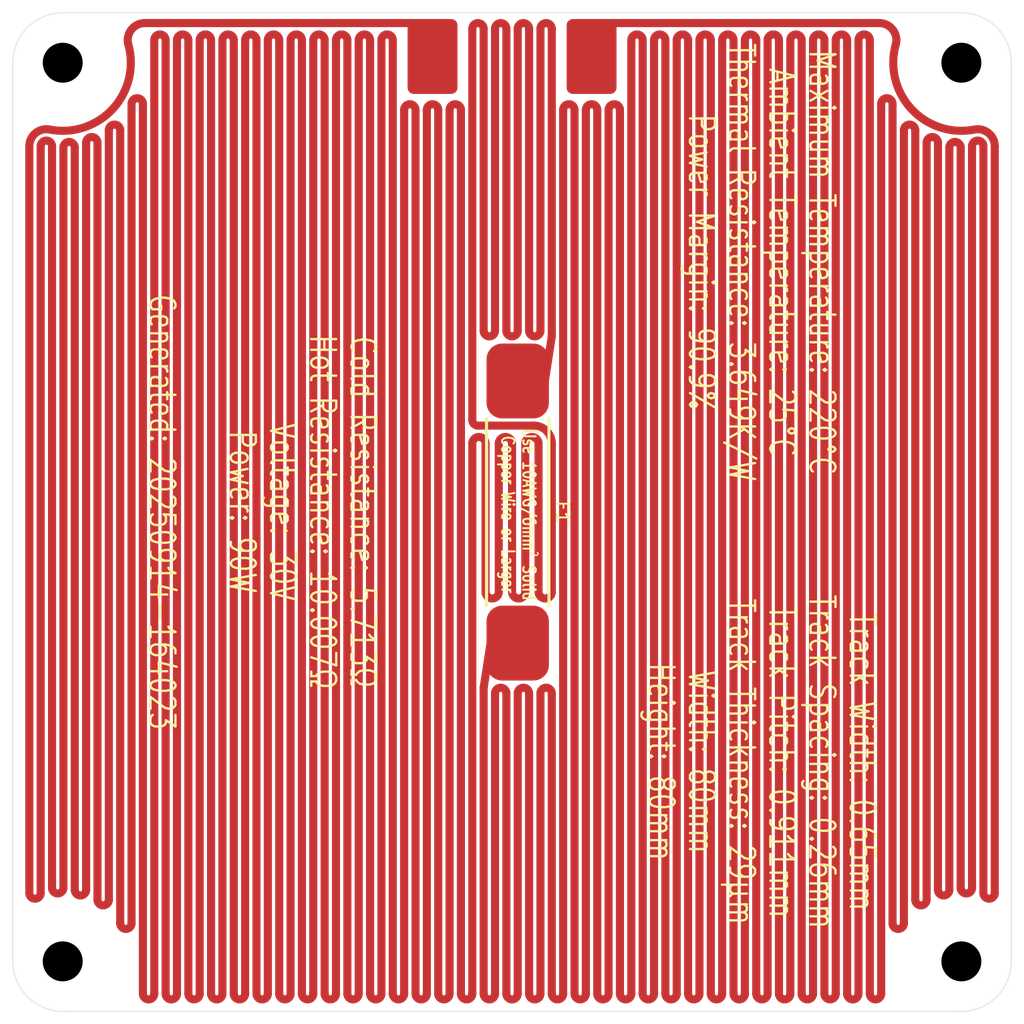
<source format=kicad_pcb>
(kicad_pcb (version 20241229) (generator "pcbnew") (generator_version "9.0")
  (layers (0 "F.Cu" signal) (2 "B.Cu" signal) (13 "F.Paste" user) (15 "B.Paste" user) (5 "F.SilkS" user "F.Silkscreen") (7 "B.SilkS" user "B.Silkscreen") (1 "F.Mask" user) (3 "B.Mask" user) (25 "Edge.Cuts" user))
  (net 0 "")
  (net 1 "Net-(J2-Pin_1)")
  (net 2 "Net-(J1-Pin_1)")
  (footprint "blg:MountingHole_3.2mm_M3_NoPad_TopLarge" (layer "F.Cu") (at 141 69)
    (property "Reference" "REF**" (hide yes))
    (property "Value" "MountingHole_3.2mm_M3_NoPad_TopLarge" (hide yes))
    (pad "" np_thru_hole circle (at 0 0) (size 7.6 7.6) (drill 3.2) (layers))
  )
  (footprint "blg:SMD_PowerConnection_4x6mm" (layer "F.Cu") (at 111.37 68.5 -90)
    (property "Reference" "J2" (hide yes))
    (property "Value" "Hotplate_Power_Connection" (hide yes))
    (pad "1" smd roundrect (at 0 0 270) (size 6 4) (layers "F.Cu" "F.Mask" "F.Paste") (roundrect_rratio 0.125) (net 1 "Net-(J2-Pin_1)"))
  )
  (footprint "blg:MountingHole_3.2mm_M3_NoPad_TopLarge" (layer "F.Cu") (at 69 141)
    (property "Reference" "REF**" (hide yes))
    (property "Value" "MountingHole_3.2mm_M3_NoPad_TopLarge" (hide yes))
    (pad "" np_thru_hole circle (at 0 0) (size 7.6 7.6) (drill 3.2) (layers))
  )
  (footprint "blg:MountingHole_3.2mm_M3_NoPad_TopLarge" (layer "F.Cu") (at 141 141)
    (property "Reference" "REF**" (hide yes))
    (property "Value" "MountingHole_3.2mm_M3_NoPad_TopLarge" (hide yes))
    (pad "" np_thru_hole circle (at 0 0) (size 7.6 7.6) (drill 3.2) (layers))
  )
  (footprint "blg:SMD_PowerConnection_4x6mm" (layer "F.Cu") (at 98.63 68.5 -90)
    (property "Reference" "J1" (hide yes))
    (property "Value" "Hotplate_Power_Connection" (hide yes))
    (pad "1" smd roundrect (at 0 0 270) (size 6 4) (layers "F.Cu" "F.Mask" "F.Paste") (roundrect_rratio 0.125) (net 2 "Net-(J1-Pin_1)"))
  )
  (footprint "blg:Thermal Fuse, Front, 25mm" (layer "F.Cu") (at 105.455 105 -90)
    (property "Reference" "F1" (at 0 -3.6 270) (layer "F.SilkS"))
    (property "Value" "~")
    (fp_line (start -7.5 2.5) (end 7.5 2.5) (stroke (width 0.25)) (layer "F.SilkS"))
    (fp_line (start -7.5 -2.5) (end 7.5 -2.5) (stroke (width 0.25)) (layer "F.SilkS"))
    (fp_text user "Use 10AWG/6mm  Solid" (at 0.2 -0.9 270) (layer "F.SilkS") (effects (font (size 1 0.75))))
    (fp_text user "2" (at 3.35 -1.3 270) (layer "F.SilkS") (effects (font (size 0.6 0.4) (thickness 0.1))))
    (fp_text user "Copper Wire or Larger" (at 0.2 0.8 270) (layer "F.SilkS") (effects (font (size 1 0.75))))
    (pad "1" smd roundrect (at -10.5 0 270) (size 6 5) (layers "F.Cu" "F.Mask") (net 2 "Net-(J1-Pin_1)"))
    (pad "2" smd roundrect (at 10.5 0 270) (size 6 5) (layers "F.Cu" "F.Mask") (net 1 "Net-(J2-Pin_1)"))
  )
  (footprint "blg:MountingHole_3.2mm_M3_NoPad_TopLarge" (layer "F.Cu") (at 69 69)
    (property "Reference" "REF**" (hide yes))
    (property "Value" "MountingHole_3.2mm_M3_NoPad_TopLarge" (hide yes))
    (pad "" np_thru_hole circle (at 0 0) (size 7.6 7.6) (drill 3.2) (layers))
  )
  (gr_arc (start 65 69) (mid 66.171573 66.171573) (end 69 65) (stroke (width 0.05)) (layer "Edge.Cuts"))
  (gr_line (start 145 69) (end 145 141) (stroke (width 0.05)) (layer "Edge.Cuts"))
  (gr_arc (start 69 145) (mid 66.171573 143.828427) (end 65 141) (stroke (width 0.05)) (layer "Edge.Cuts"))
  (gr_line (start 69 145) (end 141 145) (stroke (width 0.05)) (layer "Edge.Cuts"))
  (gr_line (start 65 69) (end 65 141) (stroke (width 0.05)) (layer "Edge.Cuts"))
  (gr_arc (start 145 141) (mid 143.828427 143.828427) (end 141 145) (stroke (width 0.05)) (layer "Edge.Cuts"))
  (gr_arc (start 141 65) (mid 143.828427 66.171573) (end 145 69) (stroke (width 0.05)) (layer "Edge.Cuts"))
  (gr_line (start 69 65) (end 141 65) (stroke (width 0.05)) (layer "Edge.Cuts"))
  (gr_text "Track Width: 0.65mm\nTrack Spacing: 0.26mm\nTrack Pitch: 0.911mm\nTrack Thickness: 29µm\nWidth: 80mm\nHeight: 80mm" (at 125 125 270) (layer "F.SilkS") (effects (font (size 2 1.5) (thickness 0.1875))))
  (gr_text "Maximum Temperature: 220°C\nAmbient Temperature: 25°C\nThermal Resistance: 3.649K/W\nPower Margin: 90.9%" (at 125 85 270) (layer "F.SilkS") (effects (font (size 2 1.5) (thickness 0.1875))))
  (gr_text "Cold Resistance: 5.713Ω\nHot Resistance: 10.007Ω\nVoltage: 30V\nPower: 90W\n\nGenerated: 20250914-164023" (at 85 105 270) (layer "F.SilkS") (effects (font (size 2 1.5) (thickness 0.1875))))
  (segment (start 116.374999 143.59) (end 116.374999 67.19) (width 0.65) (layer "F.Cu") (net 1))
  (segment (start 113.645 72.78) (end 113.645 143.59) (width 0.65) (layer "F.Cu") (net 1))
  (segment (start 134.424568 65.824999) (end 111.369999 65.824999) (width 0.65) (layer "F.Cu") (net 1))
  (segment (start 105.455 143.59) (end 105.455 119.53) (width 0.65) (layer "F.Cu") (net 1))
  (segment (start 143.675 135.522801) (end 143.675 75.693003) (width 0.65) (layer "F.Cu") (net 1))
  (segment (start 118.195 143.59) (end 118.195 67.19) (width 0.65) (layer "F.Cu") (net 1))
  (segment (start 138.215 136.057278) (end 138.215 75.409641) (width 0.65) (layer "F.Cu") (net 1))
  (segment (start 126.384999 67.19) (end 126.384999 143.59) (width 0.65) (layer "F.Cu") (net 1))
  (segment (start 131.845 67.19) (end 131.845 143.59) (width 0.65) (layer "F.Cu") (net 1))
  (segment (start 127.294999 143.59) (end 127.294999 67.19) (width 0.65) (layer "F.Cu") (net 1))
  (segment (start 107.274999 143.59) (end 107.274999 119.53) (width 0.65) (layer "F.Cu") (net 1))
  (segment (start 109.095 143.59) (end 109.095 72.78) (width 0.65) (layer "F.Cu") (net 1))
  (segment (start 129.115 143.59) (end 129.115 67.19) (width 0.65) (layer "F.Cu") (net 1))
  (segment (start 128.204999 67.19) (end 128.204999 143.59) (width 0.65) (layer "F.Cu") (net 1))
  (segment (start 102.725 119.075) (end 102.725 143.59) (width 0.65) (layer "F.Cu") (net 1))
  (segment (start 121.835 143.59) (end 121.835 67.19) (width 0.65) (layer "F.Cu") (net 1))
  (segment (start 106.365 119.53) (end 106.365 143.59) (width 0.65) (layer "F.Cu") (net 1))
  (segment (start 110.915 143.59) (end 110.915 72.78) (width 0.65) (layer "F.Cu") (net 1))
  (segment (start 115.465 67.19) (end 115.465 143.59) (width 0.65) (layer "F.Cu") (net 1))
  (segment (start 130.025 67.19) (end 130.025 143.59) (width 0.65) (layer "F.Cu") (net 1))
  (segment (start 114.555 143.59) (end 114.555 67.19) (width 0.65) (layer "F.Cu") (net 1))
  (segment (start 120.015 143.59) (end 120.015 67.19) (width 0.65) (layer "F.Cu") (net 1))
  (segment (start 120.925 67.19) (end 120.925 143.59) (width 0.65) (layer "F.Cu") (net 1))
  (segment (start 123.655 143.59) (end 123.655 67.19) (width 0.65) (layer "F.Cu") (net 1))
  (segment (start 142.765 75.693003) (end 142.765 135.522801) (width 0.65) (layer "F.Cu") (net 1))
  (segment (start 134.575 143.59) (end 134.575 72.297195) (width 0.65) (layer "F.Cu") (net 1))
  (segment (start 137.304999 74.412014) (end 137.304999 136.057278) (width 0.65) (layer "F.Cu") (net 1))
  (segment (start 125.475 143.59) (end 125.475 67.19) (width 0.65) (layer "F.Cu") (net 1))
  (segment (start 110.005 72.78) (end 110.005 143.59) (width 0.65) (layer "F.Cu") (net 1))
  (segment (start 140.035 135.263128) (end 140.035 75.800904) (width 0.65) (layer "F.Cu") (net 1))
  (segment (start 140.945 75.800904) (end 140.945 135.103551) (width 0.65) (layer "F.Cu") (net 1))
  (segment (start 103.634999 143.59) (end 103.634999 119.53) (width 0.65) (layer "F.Cu") (net 1))
  (segment (start 103.28 115.5) (end 105.455 115.5) (width 0.65) (layer "F.Cu") (net 1))
  (segment (start 122.744999 67.19) (end 122.744999 143.59) (width 0.65) (layer "F.Cu") (net 1))
  (segment (start 133.664999 67.19) (end 133.664999 143.59) (width 0.65) (layer "F.Cu") (net 1))
  (segment (start 104.545 119.53) (end 104.545 143.59) (width 0.65) (layer "F.Cu") (net 1))
  (segment (start 111.369999 65.824999) (end 111.369999 68.499999) (width 0.65) (layer "F.Cu") (net 1))
  (segment (start 139.125 75.409641) (end 139.125 135.263128) (width 0.65) (layer "F.Cu") (net 1))
  (segment (start 130.935 143.59) (end 130.935 67.19) (width 0.65) (layer "F.Cu") (net 1))
  (segment (start 111.824999 72.78) (end 111.824999 143.59) (width 0.65) (layer "F.Cu") (net 1))
  (segment (start 108.184999 119.53) (end 108.184999 143.59) (width 0.65) (layer "F.Cu") (net 1))
  (segment (start 102.725 119.075) (end 103.28 115.5) (width 0.65) (layer "F.Cu") (net 1))
  (segment (start 136.394999 137.946395) (end 136.394999 74.412014) (width 0.65) (layer "F.Cu") (net 1))
  (segment (start 141.855 135.103551) (end 141.855 75.693003) (width 0.65) (layer "F.Cu") (net 1))
  (segment (start 124.565 67.19) (end 124.565 143.59) (width 0.65) (layer "F.Cu") (net 1))
  (segment (start 132.755 143.59) (end 132.755 67.19) (width 0.65) (layer "F.Cu") (net 1))
  (segment (start 135.485 72.297195) (end 135.485 137.946395) (width 0.65) (layer "F.Cu") (net 1))
  (segment (start 117.285 67.19) (end 117.285 143.59) (width 0.65) (layer "F.Cu") (net 1))
  (segment (start 119.104999 67.19) (end 119.104999 143.59) (width 0.65) (layer "F.Cu") (net 1))
  (segment (start 112.734999 143.59) (end 112.734999 72.78) (width 0.65) (layer "F.Cu") (net 1))
  (arc (start 130.935 67.19) (mid 131.39 66.735) (end 131.845 67.19) (width 0.65) (layer "F.Cu") (net 1))
  (arc (start 131.845 143.59) (mid 132.3 144.045) (end 132.755 143.59) (width 0.65) (layer "F.Cu") (net 1))
  (arc (start 129.115 67.19) (mid 129.57 66.735) (end 130.025 67.19) (width 0.65) (layer "F.Cu") (net 1))
  (arc (start 108.184999 143.59) (mid 108.639999 144.045) (end 109.094999 143.59) (width 0.65) (layer "F.Cu") (net 1))
  (arc (start 115.465 143.59) (mid 115.92 144.045) (end 116.374999 143.59) (width 0.65) (layer "F.Cu") (net 1))
  (arc (start 138.215 75.409641) (mid 138.67 74.954641) (end 139.125 75.409641) (width 0.65) (layer "F.Cu") (net 1))
  (arc (start 117.285 143.59) (mid 117.74 144.045) (end 118.195 143.59) (width 0.65) (layer "F.Cu") (net 1))
  (arc (start 113.645 143.59) (mid 114.1 144.045) (end 114.555 143.59) (width 0.65) (layer "F.Cu") (net 1))
  (arc (start 110.005 143.59) (mid 110.46 144.045) (end 110.915 143.59) (width 0.65) (layer "F.Cu") (net 1))
  (arc (start 121.835 67.19) (mid 122.289999 66.735) (end 122.744999 67.19) (width 0.65) (layer "F.Cu") (net 1))
  (arc (start 120.925 143.59) (mid 121.379999 144.045) (end 121.835 143.59) (width 0.65) (layer "F.Cu") (net 1))
  (arc (start 125.475 67.19) (mid 125.93 66.735) (end 126.384999 67.19) (width 0.65) (layer "F.Cu") (net 1))
  (arc (start 111.824999 143.59) (mid 112.279999 144.045) (end 112.734999 143.59) (width 0.65) (layer "F.Cu") (net 1))
  (arc (start 135.485 137.946395) (mid 135.94 138.401395) (end 136.394999 137.946395) (width 0.65) (layer "F.Cu") (net 1))
  (arc (start 139.125 135.263128) (mid 139.579999 135.718128) (end 140.035 135.263128) (width 0.65) (layer "F.Cu") (net 1))
  (arc (start 118.195 67.19) (mid 118.649999 66.735) (end 119.104999 67.19) (width 0.65) (layer "F.Cu") (net 1))
  (arc (start 136.394999 74.412014) (mid 136.85 73.957014) (end 137.304999 74.412014) (width 0.65) (layer "F.Cu") (net 1))
  (arc (start 105.455 119.53) (mid 105.91 119.075) (end 106.365 119.53) (width 0.65) (layer "F.Cu") (net 1))
  (arc (start 137.304999 136.057278) (mid 137.76 136.512278) (end 138.215 136.057278) (width 0.65) (layer "F.Cu") (net 1))
  (arc (start 126.384999 143.59) (mid 126.839999 144.045) (end 127.294999 143.59) (width 0.65) (layer "F.Cu") (net 1))
  (arc (start 143.675 75.693003) (mid 143.327696 74.783322) (end 142.047807 74.353421) (width 0.65) (layer "F.Cu") (net 1))
  (arc (start 141.855 75.693003) (mid 142.31 75.238003) (end 142.765 75.693003) (width 0.65) (layer "F.Cu") (net 1))
  (arc (start 120.015 67.19) (mid 120.47 66.735) (end 120.925 67.19) (width 0.65) (layer "F.Cu") (net 1))
  (arc (start 106.365 143.59) (mid 106.82 144.045) (end 107.274999 143.59) (width 0.65) (layer "F.Cu") (net 1))
  (arc (start 134.424568 65.824999) (mid 135.510321 66.362735) (end 135.740618 67.552265) (width 0.65) (layer "F.Cu") (net 1))
  (arc (start 127.294999 67.19) (mid 127.75 66.735) (end 128.204999 67.19) (width 0.65) (layer "F.Cu") (net 1))
  (arc (start 104.545 143.59) (mid 105 144.045) (end 105.455 143.59) (width 0.65) (layer "F.Cu") (net 1))
  (arc (start 134.575 72.297195) (mid 135.029999 71.842195) (end 135.485 72.297195) (width 0.65) (layer "F.Cu") (net 1))
  (arc (start 112.734999 72.78) (mid 113.19 72.325) (end 113.645 72.78) (width 0.65) (layer "F.Cu") (net 1))
  (arc (start 142.765 135.522801) (mid 143.22 135.977801) (end 143.675 135.522801) (width 0.65) (layer "F.Cu") (net 1))
  (arc (start 133.664999 143.59) (mid 134.119999 144.045) (end 134.575 143.59) (width 0.65) (layer "F.Cu") (net 1))
  (arc (start 119.104999 143.59) (mid 119.56 144.045) (end 120.015 143.59) (width 0.65) (layer "F.Cu") (net 1))
  (arc (start 140.035 75.800904) (mid 140.49 75.345904) (end 140.945 75.800904) (width 0.65) (layer "F.Cu") (net 1))
  (arc (start 116.374999 67.19) (mid 116.829999 66.735) (end 117.285 67.19) (width 0.65) (layer "F.Cu") (net 1))
  (arc (start 142.047807 74.353421) (mid 137.000216 72.709279) (end 135.740618 67.552265) (width 0.65) (layer "F.Cu") (net 1))
  (arc (start 109.095 72.78) (mid 109.55 72.325) (end 110.005 72.78) (width 0.65) (layer "F.Cu") (net 1))
  (arc (start 103.634999 119.53) (mid 104.09 119.075) (end 104.545 119.53) (width 0.65) (layer "F.Cu") (net 1))
  (arc (start 123.655 67.19) (mid 124.11 66.735) (end 124.565 67.19) (width 0.65) (layer "F.Cu") (net 1))
  (arc (start 122.744999 143.59) (mid 123.199999 144.045) (end 123.655 143.59) (width 0.65) (layer "F.Cu") (net 1))
  (arc (start 132.755 67.19) (mid 133.21 66.735) (end 133.664999 67.19) (width 0.65) (layer "F.Cu") (net 1))
  (arc (start 140.945 135.103551) (mid 141.4 135.558551) (end 141.855 135.103551) (width 0.65) (layer "F.Cu") (net 1))
  (arc (start 114.555 67.19) (mid 115.01 66.735) (end 115.465 67.19) (width 0.65) (layer "F.Cu") (net 1))
  (arc (start 110.915 72.78) (mid 111.369999 72.325) (end 111.824999 72.78) (width 0.65) (layer "F.Cu") (net 1))
  (arc (start 124.565 143.59) (mid 125.02 144.045) (end 125.475 143.59) (width 0.65) (layer "F.Cu") (net 1))
  (arc (start 102.725 143.59) (mid 103.18 144.045) (end 103.634999 143.59) (width 0.65) (layer "F.Cu") (net 1))
  (arc (start 107.274999 119.53) (mid 107.729999 119.075) (end 108.184999 119.53) (width 0.65) (layer "F.Cu") (net 1))
  (arc (start 128.204999 143.59) (mid 128.66 144.045) (end 129.115 143.59) (width 0.65) (layer "F.Cu") (net 1))
  (arc (start 130.025 143.59) (mid 130.479999 144.045) (end 130.935 143.59) (width 0.65) (layer "F.Cu") (net 1))
  (segment (start 84.525 143.59) (end 84.525 67.19) (width 0.65) (layer "F.Cu") (net 2))
  (segment (start 89.075 67.19) (end 89.075 143.59) (width 0.65) (layer "F.Cu") (net 2))
  (segment (start 99.995 72.78) (end 99.995 143.59) (width 0.65) (layer "F.Cu") (net 2))
  (segment (start 90.895 67.19) (end 90.895 143.59) (width 0.65) (layer "F.Cu") (net 2))
  (segment (start 102.725 90.47) (end 102.725 66.279999) (width 0.65) (layer "F.Cu") (net 2))
  (segment (start 68.145 135.103551) (end 68.145 75.693003) (width 0.65) (layer "F.Cu") (net 2))
  (segment (start 69.965 135.263128) (end 69.965 75.800904) (width 0.65) (layer "F.Cu") (net 2))
  (segment (start 100.905 143.59) (end 100.905 72.78) (width 0.65) (layer "F.Cu") (net 2))
  (segment (start 103.634999 66.279999) (end 103.634999 90.47) (width 0.65) (layer "F.Cu") (net 2))
  (segment (start 72.695 74.412014) (end 72.695 136.057278) (width 0.65) (layer "F.Cu") (net 2))
  (segment (start 74.515 72.297195) (end 74.515 137.946395) (width 0.65) (layer "F.Cu") (net 2))
  (segment (start 101.814999 66.28) (end 101.814999 97.62) (width 0.65) (layer "F.Cu") (net 2))
  (segment (start 103.938333 99.515833) (end 103.938333 111.394166) (width 0.65) (layer "F.Cu") (net 2))
  (segment (start 88.164999 143.59) (end 88.164999 67.19) (width 0.65) (layer "F.Cu") (net 2))
  (segment (start 89.985 143.59) (end 89.985 67.19) (width 0.65) (layer "F.Cu") (net 2))
  (segment (start 69.055 75.800904) (end 69.055 135.103551) (width 0.65) (layer "F.Cu") (net 2))
  (segment (start 82.705 143.59) (end 82.705 67.19) (width 0.65) (layer "F.Cu") (net 2))
  (segment (start 78.155 67.19) (end 78.155 143.59) (width 0.65) (layer "F.Cu") (net 2))
  (segment (start 87.255 67.19) (end 87.255 143.59) (width 0.65) (layer "F.Cu") (net 2))
  (segment (start 97.264999 143.59) (end 97.264999 72.78) (width 0.65) (layer "F.Cu") (net 2))
  (segment (start 75.575431 65.824999) (end 98.63 65.824999) (width 0.65) (layer "F.Cu") (net 2))
  (segment (start 75.425 143.59) (end 75.425 72.297195) (width 0.65) (layer "F.Cu") (net 2))
  (segment (start 98.63 65.824999) (end 98.63 68.499999) (width 0.65) (layer "F.Cu") (net 2))
  (segment (start 79.975 67.19) (end 79.975 143.59) (width 0.65) (layer "F.Cu") (net 2))
  (segment (start 91.805 143.59) (end 91.805 67.19) (width 0.65) (layer "F.Cu") (net 2))
  (segment (start 108.184999 90.925) (end 107.63 94.5) (width 0.65) (layer "F.Cu") (net 2))
  (segment (start 107.123333 111.394166) (end 107.123333 99.515833) (width 0.65) (layer "F.Cu") (net 2))
  (segment (start 81.794999 67.19) (end 81.794999 143.59) (width 0.65) (layer "F.Cu") (net 2))
  (segment (start 94.535 67.19) (end 94.535 143.59) (width 0.65) (layer "F.Cu") (net 2))
  (segment (start 102.876666 111.394166) (end 102.876666 99.515833) (width 0.65) (layer "F.Cu") (net 2))
  (segment (start 107.274999 66.279999) (end 107.274999 90.47) (width 0.65) (layer "F.Cu") (net 2))
  (segment (start 104.545 90.47) (end 104.545 66.279999) (width 0.65) (layer "F.Cu") (net 2))
  (segment (start 73.604999 137.946395) (end 73.604999 74.412014) (width 0.65) (layer "F.Cu") (net 2))
  (segment (start 96.354999 72.78) (end 96.354999 143.59) (width 0.65) (layer "F.Cu") (net 2))
  (segment (start 85.435 67.19) (end 85.435 143.59) (width 0.65) (layer "F.Cu") (net 2))
  (segment (start 101.814999 99.515833) (end 101.814999 143.59) (width 0.65) (layer "F.Cu") (net 2))
  (segment (start 102.27 98.074999) (end 106.744166 98.074999) (width 0.65) (layer "F.Cu") (net 2))
  (segment (start 83.615 67.19) (end 83.615 143.59) (width 0.65) (layer "F.Cu") (net 2))
  (segment (start 76.335 67.19) (end 76.335 143.59) (width 0.65) (layer "F.Cu") (net 2))
  (segment (start 80.885 143.59) (end 80.885 67.19) (width 0.65) (layer "F.Cu") (net 2))
  (segment (start 79.065 143.59) (end 79.065 67.19) (width 0.65) (layer "F.Cu") (net 2))
  (segment (start 105.455 66.279999) (end 105.455 90.47) (width 0.65) (layer "F.Cu") (net 2))
  (segment (start 106.061666 99.515833) (end 106.061666 111.394166) (width 0.65) (layer "F.Cu") (net 2))
  (segment (start 99.085 143.59) (end 99.085 72.78) (width 0.65) (layer "F.Cu") (net 2))
  (segment (start 95.445 143.59) (end 95.445 67.19) (width 0.65) (layer "F.Cu") (net 2))
  (segment (start 92.714999 67.19) (end 92.714999 143.59) (width 0.65) (layer "F.Cu") (net 2))
  (segment (start 106.365 90.47) (end 106.365 66.279999) (width 0.65) (layer "F.Cu") (net 2))
  (segment (start 104.999999 111.394166) (end 104.999999 99.515833) (width 0.65) (layer "F.Cu") (net 2))
  (segment (start 98.175 72.78) (end 98.175 143.59) (width 0.65) (layer "F.Cu") (net 2))
  (segment (start 70.875 75.409641) (end 70.875 135.263128) (width 0.65) (layer "F.Cu") (net 2))
  (segment (start 108.184999 90.925) (end 108.184999 66.279999) (width 0.65) (layer "F.Cu") (net 2))
  (segment (start 77.244999 143.59) (end 77.244999 67.19) (width 0.65) (layer "F.Cu") (net 2))
  (segment (start 86.344999 143.59) (end 86.344999 67.19) (width 0.65) (layer "F.Cu") (net 2))
  (segment (start 67.235 75.693003) (end 67.235 135.522801) (width 0.65) (layer "F.Cu") (net 2))
  (segment (start 108.184999 99.515833) (end 108.184999 111.394166) (width 0.65) (layer "F.Cu") (net 2))
  (segment (start 66.324999 135.522801) (end 66.324999 75.693003) (width 0.65) (layer "F.Cu") (net 2))
  (segment (start 93.625 143.59) (end 93.625 67.19) (width 0.65) (layer "F.Cu") (net 2))
  (segment (start 107.63 94.5) (end 105.455 94.5) (width 0.65) (layer "F.Cu") (net 2))
  (segment (start 71.785 136.057278) (end 71.785 75.409641) (width 0.65) (layer "F.Cu") (net 2))
  (arc (start 87.255 143.59) (mid 86.8 144.045) (end 86.344999 143.59) (width 0.65) (layer "F.Cu") (net 2))
  (arc (start 101.814999 143.59) (mid 101.359999 144.045) (end 100.905 143.59) (width 0.65) (layer "F.Cu") (net 2))
  (arc (start 74.515 137.946395) (mid 74.06 138.401395) (end 73.604999 137.946395) (width 0.65) (layer "F.Cu") (net 2))
  (arc (start 99.995 143.59) (mid 99.539999 144.045) (end 99.085 143.59) (width 0.65) (layer "F.Cu") (net 2))
  (arc (start 75.425 72.297195) (mid 74.97 71.842195) (end 74.515 72.297195) (width 0.65) (layer "F.Cu") (net 2))
  (arc (start 75.575431 65.824999) (mid 74.489678 66.362735) (end 74.259381 67.552265) (width 0.65) (layer "F.Cu") (net 2))
  (arc (start 97.264999 72.78) (mid 96.809999 72.325) (end 96.354999 72.78) (width 0.65) (layer "F.Cu") (net 2))
  (arc (start 78.155 143.59) (mid 77.699999 144.045) (end 77.244999 143.59) (width 0.65) (layer "F.Cu") (net 2))
  (arc (start 108.184999 111.394166) (mid 107.654166 111.925) (end 107.123333 111.394166) (width 0.65) (layer "F.Cu") (net 2))
  (arc (start 96.354999 143.59) (mid 95.9 144.045) (end 95.445 143.59) (width 0.65) (layer "F.Cu") (net 2))
  (arc (start 106.744166 98.074999) (mid 107.762989 98.49701) (end 108.184999 99.515833) (width 0.65) (layer "F.Cu") (net 2))
  (arc (start 69.055 135.103551) (mid 68.6 135.558551) (end 68.145 135.103551) (width 0.65) (layer "F.Cu") (net 2))
  (arc (start 70.875 135.263128) (mid 70.42 135.718128) (end 69.965 135.263128) (width 0.65) (layer "F.Cu") (net 2))
  (arc (start 93.625 67.19) (mid 93.169999 66.735) (end 92.714999 67.19) (width 0.65) (layer "F.Cu") (net 2))
  (arc (start 76.335 143.59) (mid 75.88 144.045) (end 75.425 143.59) (width 0.65) (layer "F.Cu") (net 2))
  (arc (start 104.545 66.279999) (mid 104.09 65.824999) (end 103.634999 66.279999) (width 0.65) (layer "F.Cu") (net 2))
  (arc (start 82.705 67.19) (mid 82.249999 66.735) (end 81.794999 67.19) (width 0.65) (layer "F.Cu") (net 2))
  (arc (start 69.965 75.800904) (mid 69.51 75.345904) (end 69.055 75.800904) (width 0.65) (layer "F.Cu") (net 2))
  (arc (start 81.794999 143.59) (mid 81.339999 144.045) (end 80.885 143.59) (width 0.65) (layer "F.Cu") (net 2))
  (arc (start 91.805 67.19) (mid 91.35 66.735) (end 90.895 67.19) (width 0.65) (layer "F.Cu") (net 2))
  (arc (start 106.061666 111.394166) (mid 105.530833 111.925) (end 104.999999 111.394166) (width 0.65) (layer "F.Cu") (net 2))
  (arc (start 85.435 143.59) (mid 84.98 144.045) (end 84.525 143.59) (width 0.65) (layer "F.Cu") (net 2))
  (arc (start 67.952192 74.353421) (mid 72.999783 72.709279) (end 74.259381 67.552265) (width 0.65) (layer "F.Cu") (net 2))
  (arc (start 83.615 143.59) (mid 83.16 144.045) (end 82.705 143.59) (width 0.65) (layer "F.Cu") (net 2))
  (arc (start 102.27 98.074999) (mid 101.948266 97.941733) (end 101.814999 97.62) (width 0.65) (layer "F.Cu") (net 2))
  (arc (start 92.714999 143.59) (mid 92.259999 144.045) (end 91.805 143.59) (width 0.65) (layer "F.Cu") (net 2))
  (arc (start 95.445 67.19) (mid 94.99 66.735) (end 94.535 67.19) (width 0.65) (layer "F.Cu") (net 2))
  (arc (start 73.604999 74.412014) (mid 73.149999 73.957014) (end 72.695 74.412014) (width 0.65) (layer "F.Cu") (net 2))
  (arc (start 86.344999 67.19) (mid 85.89 66.735) (end 85.435 67.19) (width 0.65) (layer "F.Cu") (net 2))
  (arc (start 108.184999 66.279999) (mid 107.729999 65.824999) (end 107.274999 66.279999) (width 0.65) (layer "F.Cu") (net 2))
  (arc (start 99.085 72.78) (mid 98.63 72.325) (end 98.175 72.78) (width 0.65) (layer "F.Cu") (net 2))
  (arc (start 104.999999 99.515833) (mid 104.469166 98.984999) (end 103.938333 99.515833) (width 0.65) (layer "F.Cu") (net 2))
  (arc (start 102.876666 99.515833) (mid 102.345833 98.984999) (end 101.814999 99.515833) (width 0.65) (layer "F.Cu") (net 2))
  (arc (start 72.695 136.057278) (mid 72.24 136.512278) (end 71.785 136.057278) (width 0.65) (layer "F.Cu") (net 2))
  (arc (start 103.634999 90.47) (mid 103.18 90.925) (end 102.725 90.47) (width 0.65) (layer "F.Cu") (net 2))
  (arc (start 68.145 75.693003) (mid 67.69 75.238003) (end 67.235 75.693003) (width 0.65) (layer "F.Cu") (net 2))
  (arc (start 100.905 72.78) (mid 100.45 72.325) (end 99.995 72.78) (width 0.65) (layer "F.Cu") (net 2))
  (arc (start 77.244999 67.19) (mid 76.789999 66.735) (end 76.335 67.19) (width 0.65) (layer "F.Cu") (net 2))
  (arc (start 107.274999 90.47) (mid 106.82 90.925) (end 106.365 90.47) (width 0.65) (layer "F.Cu") (net 2))
  (arc (start 98.175 143.59) (mid 97.72 144.045) (end 97.264999 143.59) (width 0.65) (layer "F.Cu") (net 2))
  (arc (start 80.885 67.19) (mid 80.43 66.735) (end 79.975 67.19) (width 0.65) (layer "F.Cu") (net 2))
  (arc (start 71.785 75.409641) (mid 71.329999 74.954641) (end 70.875 75.409641) (width 0.65) (layer "F.Cu") (net 2))
  (arc (start 79.065 67.19) (mid 78.61 66.735) (end 78.155 67.19) (width 0.65) (layer "F.Cu") (net 2))
  (arc (start 107.123333 99.515833) (mid 106.592499 98.984999) (end 106.061666 99.515833) (width 0.65) (layer "F.Cu") (net 2))
  (arc (start 84.525 67.19) (mid 84.07 66.735) (end 83.615 67.19) (width 0.65) (layer "F.Cu") (net 2))
  (arc (start 106.365 66.279999) (mid 105.91 65.824999) (end 105.455 66.279999) (width 0.65) (layer "F.Cu") (net 2))
  (arc (start 89.985 67.19) (mid 89.53 66.735) (end 89.075 67.19) (width 0.65) (layer "F.Cu") (net 2))
  (arc (start 102.725 66.279999) (mid 102.27 65.824999) (end 101.815 66.279999) (width 0.65) (layer "F.Cu") (net 2))
  (arc (start 89.075 143.59) (mid 88.619999 144.045) (end 88.164999 143.59) (width 0.65) (layer "F.Cu") (net 2))
  (arc (start 105.455 90.47) (mid 105 90.925) (end 104.545 90.47) (width 0.65) (layer "F.Cu") (net 2))
  (arc (start 66.324999 75.693003) (mid 66.672303 74.783322) (end 67.952192 74.353421) (width 0.65) (layer "F.Cu") (net 2))
  (arc (start 94.535 143.59) (mid 94.08 144.045) (end 93.625 143.59) (width 0.65) (layer "F.Cu") (net 2))
  (arc (start 88.164999 67.19) (mid 87.71 66.735) (end 87.255 67.19) (width 0.65) (layer "F.Cu") (net 2))
  (arc (start 103.938333 111.394166) (mid 103.407499 111.925) (end 102.876666 111.394166) (width 0.65) (layer "F.Cu") (net 2))
  (arc (start 67.235 135.522801) (mid 66.779999 135.977801) (end 66.324999 135.522801) (width 0.65) (layer "F.Cu") (net 2))
  (arc (start 90.895 143.59) (mid 90.44 144.045) (end 89.985 143.59) (width 0.65) (layer "F.Cu") (net 2))
  (arc (start 79.975 143.59) (mid 79.52 144.045) (end 79.065 143.59) (width 0.65) (layer "F.Cu") (net 2))
)
</source>
